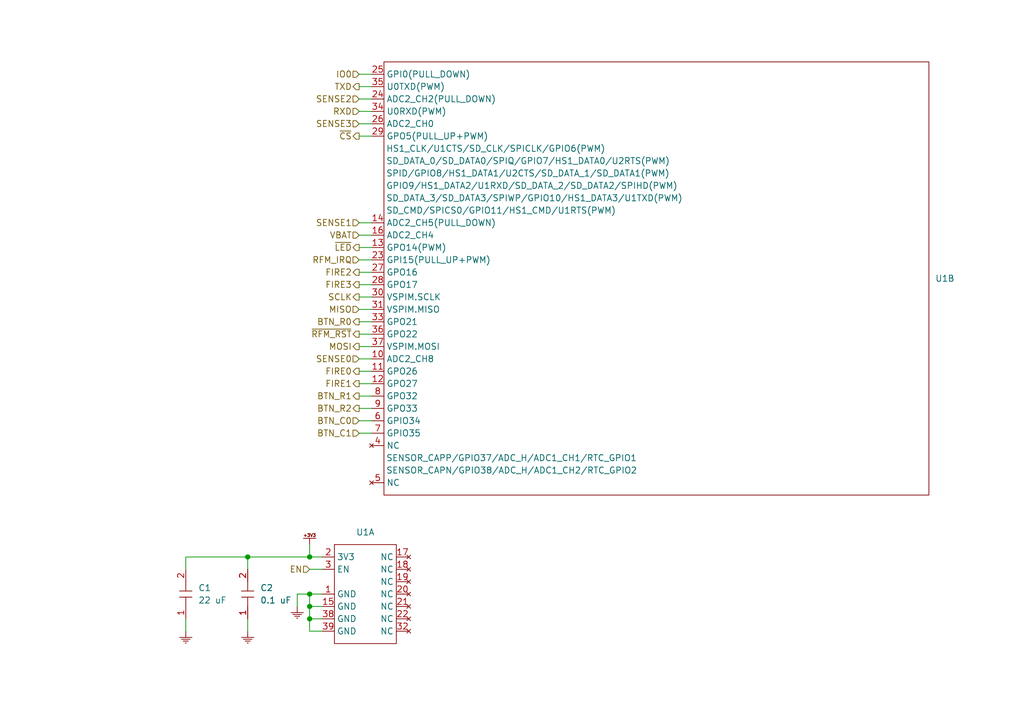
<source format=kicad_sch>
(kicad_sch (version 20230121) (generator eeschema)
  (paper "A5")
  (lib_symbols
    (symbol "ESP32-WROOM-32E-N4_1"
      (property "Reference" "U" (at 0 0 0))
      (symbol "ESP32-WROOM-32E-N4_1_1_1"
        (rectangle (start 2.54 20.32) (end 15.24 0))
        (pin passive line (at 0 10.16 0) (length 2.54) (name "GND") (number "1"))
        (pin passive line (at 0 7.62 0) (length 2.54) (name "GND") (number "15"))
        (pin no_connect line (at 17.78 17.78 180) (length 2.54) (name "NC") (number "17"))
        (pin no_connect line (at 17.78 15.24 180) (length 2.54) (name "NC") (number "18"))
        (pin no_connect line (at 17.78 12.7 180) (length 2.54) (name "NC") (number "19"))
        (pin power_in line (at 0 17.78 0) (length 2.54) (name "3V3") (number "2"))
        (pin no_connect line (at 17.78 10.16 180) (length 2.54) (name "NC") (number "20"))
        (pin no_connect line (at 17.78 7.62 180) (length 2.54) (name "NC") (number "21"))
        (pin no_connect line (at 17.78 5.08 180) (length 2.54) (name "NC") (number "22"))
        (pin input line (at 0 15.24 0) (length 2.54) (name "EN") (number "3"))
        (pin no_connect line (at 17.78 2.54 180) (length 2.54) (name "NC") (number "32"))
        (pin passive line (at 0 5.08 0) (length 2.54) (name "GND") (number "38"))
        (pin passive line (at 0 2.54 0) (length 2.54) (name "GND") (number "39"))
      )
      (symbol "ESP32-WROOM-32E-N4_1_2_1"
        (rectangle (start 2.54 88.9) (end 114.3 0))
        (text "GPIO9/HS1_DATA2/U1RXD/SD_DATA_2/SD_DATA2/SPIHD(PWM)" (at 2.9718 63.5 0) (effects (font (size 1.27 1.27)) (justify left)))
        (text "HS1_CLK/U1CTS/SD_CLK/SPICLK/GPIO6(PWM)" (at 2.9718 71.12 0) (effects (font (size 1.27 1.27)) (justify left)))
        (text "SD_CMD/SPICS0/GPIO11/HS1_CMD/U1RTS(PWM)" (at 2.9718 58.42 0) (effects (font (size 1.27 1.27)) (justify left)))
        (text "SD_DATA_0/SD_DATA0/SPIQ/GPIO7/HS1_DATA0/U2RTS(PWM)" (at 2.9718 68.58 0) (effects (font (size 1.27 1.27)) (justify left)))
        (text "SD_DATA_3/SD_DATA3/SPIWP/GPIO10/HS1_DATA3/U1TXD(PWM)" (at 2.9718 60.96 0) (effects (font (size 1.27 1.27)) (justify left)))
        (text "SENSOR_CAPN/GPIO38/ADC_H/ADC1_CH2/RTC_GPIO2" (at 2.9718 5.08 0) (effects (font (size 1.27 1.27)) (justify left)))
        (text "SENSOR_CAPP/GPIO37/ADC_H/ADC1_CH1/RTC_GPIO1" (at 2.9718 7.62 0) (effects (font (size 1.27 1.27)) (justify left)))
        (text "SPID/GPIO8/HS1_DATA1/U2CTS/SD_DATA_1/SD_DATA1(PWM)" (at 2.9718 66.04 0) (effects (font (size 1.27 1.27)) (justify left)))
        (pin bidirectional line (at 0 27.94 0) (length 2.54) (name "ADC2_CH8/RTC_GPIO6/GPIO25/EMAC_RXD0/DAC_1") (number "10") (alternate "ADC2_CH8" input line) (alternate "NC" no_connect line))
        (pin bidirectional line (at 0 25.4 0) (length 2.54) (name "GPIO26/EMAC_RXD1/DAC_2/ADC2_CH9/RTC_GPIO7") (number "11") (alternate "GPO26" output line) (alternate "NC" no_connect line))
        (pin bidirectional line (at 0 22.86 0) (length 2.54) (name "GPIO27/EMAC_RX_DV/ADC2_CH7/TOUCH7/RTC_GPIO17") (number "12") (alternate "GPO27" output line) (alternate "NC" no_connect line))
        (pin bidirectional line (at 0 50.8 0) (length 2.54) (name "HS2_CLK/SD_CLK/EMAC_TXD2/TOUCH6/RTC_GPIO16/MTMS/HSPICLK/GPIO14/ADC2_CH6(PWM)") (number "13") (alternate "GPO14(PWM)" output line) (alternate "NC" no_connect line))
        (pin bidirectional line (at 0 55.88 0) (length 2.54) (name "RTC_GPIO15/GPIO12/SD_DATA2/EMAC_TXD3/ADC2_CH5/TOUCH5/MTDI/HSPIQ/HS2_DATA2(PULL_DOWN)") (number "14") (alternate "ADC2_CH5(PULL_DOWN)" input line) (alternate "NC" no_connect line))
        (pin bidirectional line (at 0 53.34 0) (length 2.54) (name "HSPID/ADC2_CH4/TOUCH4/EMAC_RX_ER/RTC_GPIO14/MTCK/GPIO13/HS2_DATA3/SD_DATA3") (number "16") (alternate "ADC2_CH4" input line) (alternate "NC" no_connect line))
        (pin bidirectional line (at 0 48.26 0) (length 2.54) (name "RTC_GPIO13/I2C_SDA/MTDO/EMAC_RXD3/ADC2_CH4/SD_CMD/TOUCH3/HSPICS0/GPIO15/HS2_CMD(PULL_UP+PWM)") (number "23") (alternate "GPI15(PULL_UP+PWM)" input line) (alternate "NC" no_connect line))
        (pin bidirectional line (at 0 81.28 0) (length 2.54) (name "RTC_GPIO12/I2C_SCL/GPIO2/HSPIWP/HS2_DATA0/SD_DATA0/ADC2_CH2/TOUCH2(PULL_DOWN)") (number "24") (alternate "ADC2_CH2(PULL_DOWN)" input line) (alternate "NC" no_connect line))
        (pin bidirectional line (at 0 86.36 0) (length 2.54) (name "GPIO0/CLK_OUT1/EMAC_TX_CLK/ADC2_CH1/TOUCH1/RTC_GPIO11/I2C_SDA(PULL_DOWN)") (number "25") (alternate "GPI0(PULL_DOWN)" input line) (alternate "NC" no_connect line))
        (pin bidirectional line (at 0 76.2 0) (length 2.54) (name "EMAC_TX_ER/ADC2_CH0/TOUCH0/I2C_SCL/GPIO4/HSPIHD/HS2_DATA1/SD_DATA1/RTC_GPIO10") (number "26") (alternate "ADC2_CH0" input line) (alternate "NC" no_connect line))
        (pin bidirectional line (at 0 45.72 0) (length 2.54) (name "U2RXD/EMAC_CLK_OUT/GPIO16/HS1_DATA4") (number "27") (alternate "GPO16" output line) (alternate "NC" no_connect line))
        (pin bidirectional line (at 0 43.18 0) (length 2.54) (name "HS1_DATA5/U2TXD/EMAC_CLK_180/GPIO17") (number "28") (alternate "GPO17" output line) (alternate "NC" no_connect line))
        (pin bidirectional line (at 0 73.66 0) (length 2.54) (name "GPIO5/VSPICS0/HS1_DATA6/EMAC_RX_CLK(PULL_UP+PWM)") (number "29") (alternate "GPO5(PULL_UP+PWM)" output line) (alternate "NC" no_connect line))
        (pin bidirectional line (at 0 40.64 0) (length 2.54) (name "GPIO18/VSPICLK/HS1_DATA7") (number "30") (alternate "NC" no_connect line) (alternate "VSPIM.SCLK" output line))
        (pin bidirectional line (at 0 38.1 0) (length 2.54) (name "GPIO19/VSPIQ/U0CTS/EMAC_TXD0") (number "31") (alternate "NC" no_connect line) (alternate "VSPIM.MISO" input line))
        (pin bidirectional line (at 0 35.56 0) (length 2.54) (name "GPIO21/VSPIHD/EMAC_TX_EN") (number "33") (alternate "GPO21" output line) (alternate "NC" no_connect line))
        (pin bidirectional line (at 0 78.74 0) (length 2.54) (name "U0RXD/CLK_OUT2/GPIO3(PWM)") (number "34") (alternate "NC" no_connect line) (alternate "U0RXD(PWM)" input line))
        (pin bidirectional line (at 0 83.82 0) (length 2.54) (name "U0TXD/CLK_OUT3/GPIO1/EMAC_RXD2(PWM)") (number "35") (alternate "NC" no_connect line) (alternate "U0TXD(PWM)" output line))
        (pin bidirectional line (at 0 33.02 0) (length 2.54) (name "U0RTS/EMAC_TXD1/GPIO22/VSPIWP") (number "36") (alternate "GPO22" output line) (alternate "NC" no_connect line))
        (pin bidirectional line (at 0 30.48 0) (length 2.54) (name "GPIO23/VSPID/HS1_STROBE") (number "37") (alternate "NC" no_connect line) (alternate "VSPIM.MOSI" output line))
        (pin input line (at 0 10.16 0) (length 2.54) (name "RTC_GPIO0/SENSOR_VP/GPIO36/ADC_H/ADC1_CH0") (number "4") (alternate "NC" no_connect line))
        (pin input line (at 0 2.54 0) (length 2.54) (name "SENSOR_VN/GPIO39/ADC_H/ADC1_CH3/RTC_GPIO3") (number "5") (alternate "NC" no_connect line))
        (pin input line (at 0 15.24 0) (length 2.54) (name "VDET_1/GPIO34/ADC1_CH6/RTC_GPIO4") (number "6") (alternate "GPIO34" input line) (alternate "NC" no_connect line))
        (pin input line (at 0 12.7 0) (length 2.54) (name "DAC_1/ADC2_CH8/RTC_GPIO6/VDET_2/GPIO35") (number "7") (alternate "ADC2_CH8" input line) (alternate "GPIO35" input line) (alternate "NC" no_connect line))
        (pin bidirectional line (at 0 20.32 0) (length 2.54) (name "32K_XP/GPIO32/XTAL_32K_P/ADC1_CH4/TOUCH9/RTC_GPIO9") (number "8") (alternate "GPO32" output line) (alternate "NC" no_connect line))
        (pin bidirectional line (at 0 17.78 0) (length 2.54) (name "32K_XN/GPIO33/XTAL_32K_N/ADC1_CH5/TOUCH8/RTC_GPIO8") (number "9") (alternate "GPO33" output line) (alternate "NC" no_connect line))
      )
    )
    (symbol "zandmd:+3V3" (power) (pin_names (offset 0))
      (symbol "+3V3_0_1"
        (polyline (pts (xy -1.27 1.27) (xy 1.27 1.27)))
        (polyline (pts (xy 0 0) (xy 0 1.27)))
      )
      (symbol "+3V3_1_1"
        (text "+3V3" (at 0 1.905 0) (effects (font (size 0.635 0.635))))
        (pin power_in line (at 0 0 90) (length 0) hide (name "+3V3") (number "1"))
      )
    )
    (symbol "zandmd:CAPACITOR" (pin_names (offset 0))
      (property "Reference" "C" (at 0 0 0))
      (property "Value" "C" (at 0 0 0))
      (symbol "CAPACITOR_0_1"
        (polyline (pts (xy 2.54 0) (xy 4.445 0)))
        (polyline (pts (xy 4.445 1.27) (xy 4.445 -1.27)))
        (polyline (pts (xy 5.715 1.27) (xy 5.715 -1.27)))
        (polyline (pts (xy 7.62 0) (xy 5.715 0)))
      )
      (symbol "CAPACITOR_1_1"
        (pin passive line (at 0 0 0) (length 2.54) (name "") (number "1"))
        (pin passive line (at 10.16 0 180) (length 2.54) (name "") (number "2"))
      )
    )
    (symbol "zandmd:ESP32-WROOM-32E-N4"
      (property "Reference" "U" (at 0 0 0))
      (symbol "ESP32-WROOM-32E-N4_1_1"
        (rectangle (start 2.54 20.32) (end 15.24 0))
        (pin passive line (at 0 10.16 0) (length 2.54) (name "GND") (number "1"))
        (pin passive line (at 0 7.62 0) (length 2.54) (name "GND") (number "15"))
        (pin no_connect line (at 17.78 17.78 180) (length 2.54) (name "NC") (number "17"))
        (pin no_connect line (at 17.78 15.24 180) (length 2.54) (name "NC") (number "18"))
        (pin no_connect line (at 17.78 12.7 180) (length 2.54) (name "NC") (number "19"))
        (pin power_in line (at 0 17.78 0) (length 2.54) (name "3V3") (number "2"))
        (pin no_connect line (at 17.78 10.16 180) (length 2.54) (name "NC") (number "20"))
        (pin no_connect line (at 17.78 7.62 180) (length 2.54) (name "NC") (number "21"))
        (pin no_connect line (at 17.78 5.08 180) (length 2.54) (name "NC") (number "22"))
        (pin input line (at 0 15.24 0) (length 2.54) (name "EN") (number "3"))
        (pin no_connect line (at 17.78 2.54 180) (length 2.54) (name "NC") (number "32"))
        (pin passive line (at 0 5.08 0) (length 2.54) (name "GND") (number "38"))
        (pin passive line (at 0 2.54 0) (length 2.54) (name "GND") (number "39"))
      )
      (symbol "ESP32-WROOM-32E-N4_2_1"
        (rectangle (start 2.54 88.9) (end 114.3 0))
        (text "GPIO9/HS1_DATA2/U1RXD/SD_DATA_2/SD_DATA2/SPIHD(PWM)" (at 2.9718 63.5 0) (effects (font (size 1.27 1.27)) (justify left)))
        (text "HS1_CLK/U1CTS/SD_CLK/SPICLK/GPIO6(PWM)" (at 2.9718 71.12 0) (effects (font (size 1.27 1.27)) (justify left)))
        (text "SD_CMD/SPICS0/GPIO11/HS1_CMD/U1RTS(PWM)" (at 2.9718 58.42 0) (effects (font (size 1.27 1.27)) (justify left)))
        (text "SD_DATA_0/SD_DATA0/SPIQ/GPIO7/HS1_DATA0/U2RTS(PWM)" (at 2.9718 68.58 0) (effects (font (size 1.27 1.27)) (justify left)))
        (text "SD_DATA_3/SD_DATA3/SPIWP/GPIO10/HS1_DATA3/U1TXD(PWM)" (at 2.9718 60.96 0) (effects (font (size 1.27 1.27)) (justify left)))
        (text "SENSOR_CAPN/GPIO38/ADC_H/ADC1_CH2/RTC_GPIO2" (at 2.9718 5.08 0) (effects (font (size 1.27 1.27)) (justify left)))
        (text "SENSOR_CAPP/GPIO37/ADC_H/ADC1_CH1/RTC_GPIO1" (at 2.9718 7.62 0) (effects (font (size 1.27 1.27)) (justify left)))
        (text "SPID/GPIO8/HS1_DATA1/U2CTS/SD_DATA_1/SD_DATA1(PWM)" (at 2.9718 66.04 0) (effects (font (size 1.27 1.27)) (justify left)))
        (pin bidirectional line (at 0 27.94 0) (length 2.54) (name "ADC2_CH8/RTC_GPIO6/GPIO25/EMAC_RXD0/DAC_1") (number "10") (alternate "ADC2_CH8" input line) (alternate "NC" no_connect line))
        (pin bidirectional line (at 0 25.4 0) (length 2.54) (name "GPIO26/EMAC_RXD1/DAC_2/ADC2_CH9/RTC_GPIO7") (number "11") (alternate "GPO26" output line) (alternate "NC" no_connect line))
        (pin bidirectional line (at 0 22.86 0) (length 2.54) (name "GPIO27/EMAC_RX_DV/ADC2_CH7/TOUCH7/RTC_GPIO17") (number "12") (alternate "GPO27" output line) (alternate "NC" no_connect line))
        (pin bidirectional line (at 0 50.8 0) (length 2.54) (name "HS2_CLK/SD_CLK/EMAC_TXD2/TOUCH6/RTC_GPIO16/MTMS/HSPICLK/GPIO14/ADC2_CH6(PWM)") (number "13") (alternate "GPO14(PWM)" output line) (alternate "NC" no_connect line))
        (pin bidirectional line (at 0 55.88 0) (length 2.54) (name "RTC_GPIO15/GPIO12/SD_DATA2/EMAC_TXD3/ADC2_CH5/TOUCH5/MTDI/HSPIQ/HS2_DATA2(PULL_DOWN)") (number "14") (alternate "ADC2_CH5(PULL_DOWN)" input line) (alternate "NC" no_connect line))
        (pin bidirectional line (at 0 53.34 0) (length 2.54) (name "HSPID/ADC2_CH4/TOUCH4/EMAC_RX_ER/RTC_GPIO14/MTCK/GPIO13/HS2_DATA3/SD_DATA3") (number "16") (alternate "ADC2_CH4" input line) (alternate "NC" no_connect line))
        (pin bidirectional line (at 0 48.26 0) (length 2.54) (name "RTC_GPIO13/I2C_SDA/MTDO/EMAC_RXD3/ADC2_CH4/SD_CMD/TOUCH3/HSPICS0/GPIO15/HS2_CMD(PULL_UP+PWM)") (number "23") (alternate "GPI15(PULL_UP+PWM)" input line) (alternate "NC" no_connect line))
        (pin bidirectional line (at 0 81.28 0) (length 2.54) (name "RTC_GPIO12/I2C_SCL/GPIO2/HSPIWP/HS2_DATA0/SD_DATA0/ADC2_CH2/TOUCH2(PULL_DOWN)") (number "24") (alternate "ADC2_CH2(PULL_DOWN)" input line) (alternate "NC" no_connect line))
        (pin bidirectional line (at 0 86.36 0) (length 2.54) (name "GPIO0/CLK_OUT1/EMAC_TX_CLK/ADC2_CH1/TOUCH1/RTC_GPIO11/I2C_SDA(PULL_DOWN)") (number "25") (alternate "GPI0(PULL_DOWN)" input line) (alternate "NC" no_connect line))
        (pin bidirectional line (at 0 76.2 0) (length 2.54) (name "EMAC_TX_ER/ADC2_CH0/TOUCH0/I2C_SCL/GPIO4/HSPIHD/HS2_DATA1/SD_DATA1/RTC_GPIO10") (number "26") (alternate "ADC2_CH0" input line) (alternate "NC" no_connect line))
        (pin bidirectional line (at 0 45.72 0) (length 2.54) (name "U2RXD/EMAC_CLK_OUT/GPIO16/HS1_DATA4") (number "27") (alternate "GPO16" output line) (alternate "NC" no_connect line))
        (pin bidirectional line (at 0 43.18 0) (length 2.54) (name "HS1_DATA5/U2TXD/EMAC_CLK_180/GPIO17") (number "28") (alternate "GPO17" output line) (alternate "NC" no_connect line))
        (pin bidirectional line (at 0 73.66 0) (length 2.54) (name "GPIO5/VSPICS0/HS1_DATA6/EMAC_RX_CLK(PULL_UP+PWM)") (number "29") (alternate "GPO5(PULL_UP+PWM)" output line) (alternate "NC" no_connect line))
        (pin bidirectional line (at 0 40.64 0) (length 2.54) (name "GPIO18/VSPICLK/HS1_DATA7") (number "30") (alternate "NC" no_connect line) (alternate "VSPIM.SCLK" output line))
        (pin bidirectional line (at 0 38.1 0) (length 2.54) (name "GPIO19/VSPIQ/U0CTS/EMAC_TXD0") (number "31") (alternate "NC" no_connect line) (alternate "VSPIM.MISO" input line))
        (pin bidirectional line (at 0 35.56 0) (length 2.54) (name "GPIO21/VSPIHD/EMAC_TX_EN") (number "33") (alternate "GPO21" output line) (alternate "NC" no_connect line))
        (pin bidirectional line (at 0 78.74 0) (length 2.54) (name "U0RXD/CLK_OUT2/GPIO3(PWM)") (number "34") (alternate "NC" no_connect line) (alternate "U0RXD(PWM)" input line))
        (pin bidirectional line (at 0 83.82 0) (length 2.54) (name "U0TXD/CLK_OUT3/GPIO1/EMAC_RXD2(PWM)") (number "35") (alternate "NC" no_connect line) (alternate "U0TXD(PWM)" output line))
        (pin bidirectional line (at 0 33.02 0) (length 2.54) (name "U0RTS/EMAC_TXD1/GPIO22/VSPIWP") (number "36") (alternate "GPO22" output line) (alternate "NC" no_connect line))
        (pin bidirectional line (at 0 30.48 0) (length 2.54) (name "GPIO23/VSPID/HS1_STROBE") (number "37") (alternate "NC" no_connect line) (alternate "VSPIM.MOSI" output line))
        (pin input line (at 0 10.16 0) (length 2.54) (name "RTC_GPIO0/SENSOR_VP/GPIO36/ADC_H/ADC1_CH0") (number "4") (alternate "NC" no_connect line))
        (pin input line (at 0 2.54 0) (length 2.54) (name "SENSOR_VN/GPIO39/ADC_H/ADC1_CH3/RTC_GPIO3") (number "5") (alternate "NC" no_connect line))
        (pin input line (at 0 15.24 0) (length 2.54) (name "VDET_1/GPIO34/ADC1_CH6/RTC_GPIO4") (number "6") (alternate "GPIO34" input line) (alternate "NC" no_connect line))
        (pin input line (at 0 12.7 0) (length 2.54) (name "DAC_1/ADC2_CH8/RTC_GPIO6/VDET_2/GPIO35") (number "7") (alternate "ADC2_CH8" input line) (alternate "GPIO35" input line) (alternate "NC" no_connect line))
        (pin bidirectional line (at 0 20.32 0) (length 2.54) (name "32K_XP/GPIO32/XTAL_32K_P/ADC1_CH4/TOUCH9/RTC_GPIO9") (number "8") (alternate "GPO32" output line) (alternate "NC" no_connect line))
        (pin bidirectional line (at 0 17.78 0) (length 2.54) (name "32K_XN/GPIO33/XTAL_32K_N/ADC1_CH5/TOUCH8/RTC_GPIO8") (number "9") (alternate "GPO33" output line) (alternate "NC" no_connect line))
      )
    )
    (symbol "zandmd:GND" (power) (pin_names (offset 0))
      (symbol "GND_0_1"
        (polyline (pts (xy -1.27 -1.27) (xy 1.27 -1.27)))
        (polyline (pts (xy -0.889 -1.651) (xy 0.889 -1.651)))
        (polyline (pts (xy -0.508 -2.032) (xy 0.508 -2.032)))
        (polyline (pts (xy -0.127 -2.413) (xy 0.127 -2.413)))
        (polyline (pts (xy 0 0) (xy 0 -1.27)))
      )
      (symbol "GND_1_1"
        (pin power_in line (at 0 0 270) (length 0) hide (name "GND") (number "1"))
      )
    )
  )
  (junction (at 63.5 114.3))
  (junction (at 50.8 114.3))
  (junction (at 63.5 124.46))
  (junction (at 63.5 127))
  (junction (at 63.5 121.92))
  (wire (pts (xy 73.66 86.36) (xy 76.2 86.36)))
  (wire (pts (xy 63.5 116.84) (xy 66.04 116.84)))
  (wire (pts (xy 63.5 124.46) (xy 66.04 124.46)))
  (wire (pts (xy 73.66 68.58) (xy 76.2 68.58)))
  (wire (pts (xy 73.66 48.26) (xy 76.2 48.26)))
  (wire (pts (xy 73.66 60.96) (xy 76.2 60.96)))
  (wire (pts (xy 63.5 129.54) (xy 63.5 127)))
  (wire (pts (xy 73.66 58.42) (xy 76.2 58.42)))
  (wire (pts (xy 60.96 124.46) (xy 60.96 121.92)))
  (wire (pts (xy 63.5 121.92) (xy 66.04 121.92)))
  (wire (pts (xy 73.66 27.94) (xy 76.2 27.94)))
  (wire (pts (xy 73.66 66.04) (xy 76.2 66.04)))
  (wire (pts (xy 73.66 83.82) (xy 76.2 83.82)))
  (wire (pts (xy 63.5 127) (xy 66.04 127)))
  (wire (pts (xy 63.5 111.76) (xy 63.5 114.3)))
  (wire (pts (xy 63.5 124.46) (xy 63.5 121.92)))
  (wire (pts (xy 73.66 88.9) (xy 76.2 88.9)))
  (wire (pts (xy 73.66 53.34) (xy 76.2 53.34)))
  (wire (pts (xy 73.66 22.86) (xy 76.2 22.86)))
  (wire (pts (xy 50.8 127) (xy 50.8 129.54)))
  (wire (pts (xy 73.66 55.88) (xy 76.2 55.88)))
  (wire (pts (xy 66.04 129.54) (xy 63.5 129.54)))
  (wire (pts (xy 38.1 127) (xy 38.1 129.54)))
  (wire (pts (xy 73.66 81.28) (xy 76.2 81.28)))
  (wire (pts (xy 73.66 50.8) (xy 76.2 50.8)))
  (wire (pts (xy 73.66 45.72) (xy 76.2 45.72)))
  (wire (pts (xy 38.1 114.3) (xy 38.1 116.84)))
  (wire (pts (xy 50.8 114.3) (xy 63.5 114.3)))
  (wire (pts (xy 73.66 63.5) (xy 76.2 63.5)))
  (wire (pts (xy 50.8 114.3) (xy 38.1 114.3)))
  (wire (pts (xy 63.5 127) (xy 63.5 124.46)))
  (wire (pts (xy 73.66 73.66) (xy 76.2 73.66)))
  (wire (pts (xy 66.04 114.3) (xy 63.5 114.3)))
  (wire (pts (xy 50.8 114.3) (xy 50.8 116.84)))
  (wire (pts (xy 73.66 71.12) (xy 76.2 71.12)))
  (wire (pts (xy 73.66 15.24) (xy 76.2 15.24)))
  (wire (pts (xy 73.66 78.74) (xy 76.2 78.74)))
  (wire (pts (xy 73.66 25.4) (xy 76.2 25.4)))
  (wire (pts (xy 73.66 76.2) (xy 76.2 76.2)))
  (wire (pts (xy 60.96 121.92) (xy 63.5 121.92)))
  (wire (pts (xy 73.66 17.78) (xy 76.2 17.78)))
  (wire (pts (xy 73.66 20.32) (xy 76.2 20.32)))
  (hierarchical_label "BTN_R0" (shape output) (at 73.66 66.04 180))
  (hierarchical_label "FIRE1" (shape output) (at 73.66 78.74 180))
  (hierarchical_label "BTN_C1" (shape input) (at 73.66 88.9 180))
  (hierarchical_label "SENSE1" (shape input) (at 73.66 45.72 180))
  (hierarchical_label "MOSI" (shape output) (at 73.66 71.12 180))
  (hierarchical_label "BTN_R2" (shape output) (at 73.66 83.82 180))
  (hierarchical_label "MISO" (shape input) (at 73.66 63.5 180))
  (hierarchical_label "SCLK" (shape output) (at 73.66 60.96 180))
  (hierarchical_label "RXD" (shape input) (at 73.66 22.86 180))
  (hierarchical_label "EN" (shape input) (at 63.5 116.84 180))
  (hierarchical_label "FIRE2" (shape output) (at 73.66 55.88 180))
  (hierarchical_label "IO0" (shape input) (at 73.66 15.24 180))
  (hierarchical_label "RFM_IRQ" (shape input) (at 73.66 53.34 180))
  (hierarchical_label "~{LED}" (shape output) (at 73.66 50.8 180))
  (hierarchical_label "~{RFM_RST}" (shape output) (at 73.66 68.58 180))
  (hierarchical_label "~{CS}" (shape output) (at 73.66 27.94 180))
  (hierarchical_label "SENSE2" (shape input) (at 73.66 20.32 180))
  (hierarchical_label "TXD" (shape output) (at 73.66 17.78 180))
  (hierarchical_label "FIRE3" (shape output) (at 73.66 58.42 180))
  (hierarchical_label "BTN_C0" (shape input) (at 73.66 86.36 180))
  (hierarchical_label "SENSE0" (shape input) (at 73.66 73.66 180))
  (hierarchical_label "VBAT" (shape input) (at 73.66 48.26 180))
  (hierarchical_label "BTN_R1" (shape output) (at 73.66 81.28 180))
  (hierarchical_label "FIRE0" (shape output) (at 73.66 76.2 180))
  (hierarchical_label "SENSE3" (shape input) (at 73.66 25.4 180))
  (symbol (lib_id "zandmd:CAPACITOR") (at 38.1 127 90) (unit 1)
    (property "Reference" "C1" (at 40.64 120.65 90) (effects (justify right)))
    (property "Value" "22 uF" (at 40.64 123.19 90) (effects (justify right)))
    (property "Footprint" "zandmd:PASSIVE-NPOL-0805" (effects hide))
    (property "Sim.Device" "C" (effects hide))
    (property "Sim.Pins" "1=+ 2=-" (effects hide))
  )
  (symbol (lib_id "zandmd:CAPACITOR") (at 50.8 127 90) (unit 1)
    (property "Reference" "C2" (at 53.34 120.65 90) (effects (justify right)))
    (property "Value" "0.1 uF" (at 53.34 123.19 90) (effects (justify right)))
    (property "Footprint" "zandmd:PASSIVE-NPOL-0805" (effects hide))
    (property "Sim.Device" "C" (effects hide))
    (property "Sim.Pins" "1=+ 2=-" (effects hide))
  )
  (symbol (lib_id "zandmd:GND") (at 38.1 129.54 0) (unit 1)
    (property "Reference" "#PWR07" (effects hide))
    (property "Value" "GND" (effects hide))
  )
  (symbol (lib_id "zandmd:GND") (at 50.8 129.54 0) (unit 1)
    (property "Reference" "#PWR06" (effects hide))
    (property "Value" "GND" (effects hide))
  )
  (symbol (lib_id "zandmd:ESP32-WROOM-32E-N4") (at 66.04 132.08 0) (unit 1)
    (property "Reference" "U1" (at 74.93 109.22 0))
    (property "Value" "ESP32-WROOM-32E-N4" (effects hide))
    (property "Footprint" "zandmd:ESP32-WROOM-32E-N4" (effects hide))
    (property "Datasheet" "https://www.espressif.com/sites/default/files/documentation/esp32-wroom-32e_esp32-wroom-32ue_datasheet_en.pdf" (effects hide))
    (property "Design Guide" "https://www.espressif.com/sites/default/files/documentation/esp32_hardware_design_guidelines_en.pdf" (effects hide))
    (property "Technical Reference Manual" "https://www.espressif.com/sites/default/files/documentation/esp32_technical_reference_manual_en.pdf" (effects hide))
    (property "Sim.Enable" "0" (effects hide))
    (pin "10" (alternate "ADC2_CH8"))
    (pin "11" (alternate "GPO26"))
    (pin "12" (alternate "GPO27"))
    (pin "13" (alternate "GPO14(PWM)"))
    (pin "14" (alternate "ADC2_CH5(PULL_DOWN)"))
    (pin "16" (alternate "ADC2_CH4"))
    (pin "23" (alternate "GPI15(PULL_UP+PWM)"))
    (pin "24" (alternate "ADC2_CH2(PULL_DOWN)"))
    (pin "25" (alternate "GPI0(PULL_DOWN)"))
    (pin "26" (alternate "ADC2_CH0"))
    (pin "27" (alternate "GPO16"))
    (pin "28" (alternate "GPO17"))
    (pin "29" (alternate "GPO5(PULL_UP+PWM)"))
    (pin "30" (alternate "VSPIM.SCLK"))
    (pin "31" (alternate "VSPIM.MISO"))
    (pin "33" (alternate "GPO21"))
    (pin "34" (alternate "U0RXD(PWM)"))
    (pin "35" (alternate "U0TXD(PWM)"))
    (pin "36" (alternate "GPO22"))
    (pin "37" (alternate "VSPIM.MOSI"))
    (pin "4" (alternate "NC"))
    (pin "5" (alternate "NC"))
    (pin "6" (alternate "GPIO34"))
    (pin "7" (alternate "GPIO35"))
    (pin "8" (alternate "GPO32"))
    (pin "9" (alternate "GPO33"))
  )
  (symbol (lib_id "zandmd:GND") (at 60.96 124.46 0) (unit 1)
    (property "Reference" "#PWR05" (effects hide))
    (property "Value" "GND" (effects hide))
  )
  (symbol (lib_id "zandmd:+3V3") (at 63.5 111.76 0) (unit 1)
    (property "Reference" "#PWR08" (effects hide))
    (property "Value" "+3V3" (effects hide))
  )
  (symbol (lib_name "ESP32-WROOM-32E-N4_1") (lib_id "zandmd:ESP32-WROOM-32E-N4") (at 76.2 101.6 0) (unit 2)
    (property "Reference" "U1" (at 191.77 57.15 0) (effects (justify left)))
    (property "Value" "ESP32-WROOM-32E-N4" (effects hide))
    (property "Footprint" "zandmd:ESP32-WROOM-32E-N4" (effects hide))
    (property "Datasheet" "https://www.espressif.com/sites/default/files/documentation/esp32-wroom-32e_esp32-wroom-32ue_datasheet_en.pdf" (effects hide))
    (property "Design Guide" "https://www.espressif.com/sites/default/files/documentation/esp32_hardware_design_guidelines_en.pdf" (effects hide))
    (property "Technical Reference Manual" "https://www.espressif.com/sites/default/files/documentation/esp32_technical_reference_manual_en.pdf" (effects hide))
    (property "Sim.Enable" "0" (effects hide))
    (pin "10" (alternate "ADC2_CH8"))
    (pin "11" (alternate "GPO26"))
    (pin "12" (alternate "GPO27"))
    (pin "13" (alternate "GPO14(PWM)"))
    (pin "14" (alternate "ADC2_CH5(PULL_DOWN)"))
    (pin "16" (alternate "ADC2_CH4"))
    (pin "23" (alternate "GPI15(PULL_UP+PWM)"))
    (pin "24" (alternate "ADC2_CH2(PULL_DOWN)"))
    (pin "25" (alternate "GPI0(PULL_DOWN)"))
    (pin "26" (alternate "ADC2_CH0"))
    (pin "27" (alternate "GPO16"))
    (pin "28" (alternate "GPO17"))
    (pin "29" (alternate "GPO5(PULL_UP+PWM)"))
    (pin "30" (alternate "VSPIM.SCLK"))
    (pin "31" (alternate "VSPIM.MISO"))
    (pin "33" (alternate "GPO21"))
    (pin "34" (alternate "U0RXD(PWM)"))
    (pin "35" (alternate "U0TXD(PWM)"))
    (pin "36" (alternate "GPO22"))
    (pin "37" (alternate "VSPIM.MOSI"))
    (pin "4" (alternate "NC"))
    (pin "5" (alternate "NC"))
    (pin "6" (alternate "GPIO34"))
    (pin "7" (alternate "GPIO35"))
    (pin "8" (alternate "GPO32"))
    (pin "9" (alternate "GPO33"))
  )
)
</source>
